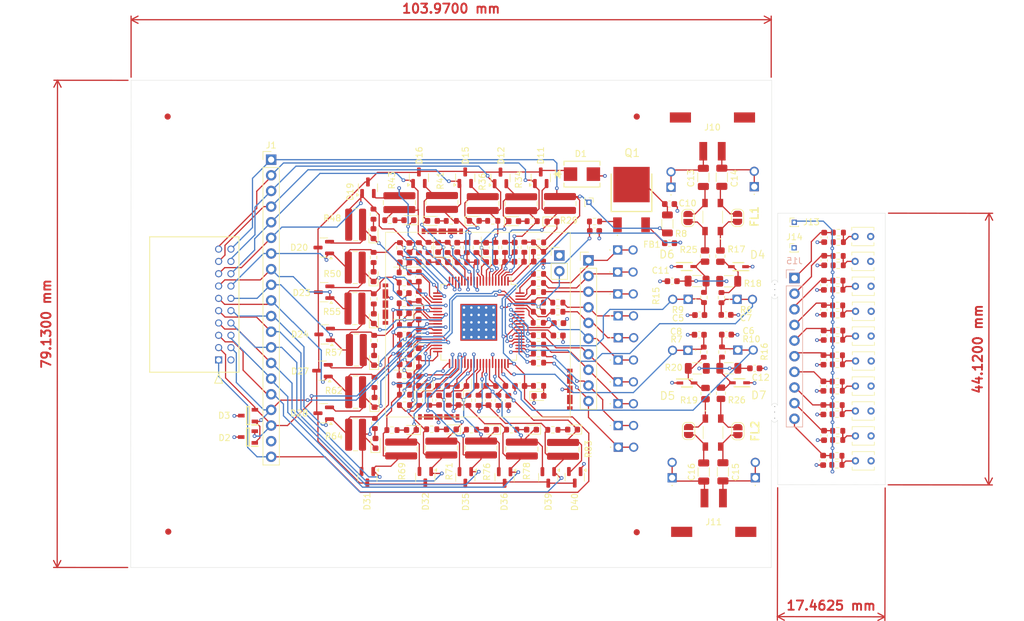
<source format=kicad_pcb>
(kicad_pcb
	(version 20240108)
	(generator "pcbnew")
	(generator_version "8.0")
	(general
		(thickness 1.6)
		(legacy_teardrops no)
	)
	(paper "A4")
	(layers
		(0 "F.Cu" signal)
		(1 "In1.Cu" signal)
		(2 "In2.Cu" signal)
		(31 "B.Cu" signal)
		(32 "B.Adhes" user "B.Adhesive")
		(33 "F.Adhes" user "F.Adhesive")
		(34 "B.Paste" user)
		(35 "F.Paste" user)
		(36 "B.SilkS" user "B.Silkscreen")
		(37 "F.SilkS" user "F.Silkscreen")
		(38 "B.Mask" user)
		(39 "F.Mask" user)
		(40 "Dwgs.User" user "User.Drawings")
		(41 "Cmts.User" user "User.Comments")
		(42 "Eco1.User" user "User.Eco1")
		(43 "Eco2.User" user "User.Eco2")
		(44 "Edge.Cuts" user)
		(45 "Margin" user)
		(46 "B.CrtYd" user "B.Courtyard")
		(47 "F.CrtYd" user "F.Courtyard")
		(48 "B.Fab" user)
		(49 "F.Fab" user)
		(50 "User.1" user)
		(51 "User.2" user)
		(52 "User.3" user)
		(53 "User.4" user)
		(54 "User.5" user)
		(55 "User.6" user)
		(56 "User.7" user)
		(57 "User.8" user)
		(58 "User.9" user)
	)
	(setup
		(stackup
			(layer "F.SilkS"
				(type "Top Silk Screen")
			)
			(layer "F.Paste"
				(type "Top Solder Paste")
			)
			(layer "F.Mask"
				(type "Top Solder Mask")
				(thickness 0.01)
			)
			(layer "F.Cu"
				(type "copper")
				(thickness 0.035)
			)
			(layer "dielectric 1"
				(type "prepreg")
				(thickness 0.1)
				(material "FR4")
				(epsilon_r 4.5)
				(loss_tangent 0.02)
			)
			(layer "In1.Cu"
				(type "copper")
				(thickness 0.035)
			)
			(layer "dielectric 2"
				(type "core")
				(thickness 1.24)
				(material "FR4")
				(epsilon_r 4.5)
				(loss_tangent 0.02)
			)
			(layer "In2.Cu"
				(type "copper")
				(thickness 0.035)
			)
			(layer "dielectric 3"
				(type "prepreg")
				(thickness 0.1)
				(material "FR4")
				(epsilon_r 4.5)
				(loss_tangent 0.02)
			)
			(layer "B.Cu"
				(type "copper")
				(thickness 0.035)
			)
			(layer "B.Mask"
				(type "Bottom Solder Mask")
				(thickness 0.01)
			)
			(layer "B.Paste"
				(type "Bottom Solder Paste")
			)
			(layer "B.SilkS"
				(type "Bottom Silk Screen")
			)
			(copper_finish "None")
			(dielectric_constraints no)
		)
		(pad_to_mask_clearance 0)
		(allow_soldermask_bridges_in_footprints no)
		(pcbplotparams
			(layerselection 0x00010fc_ffffffff)
			(plot_on_all_layers_selection 0x0000000_00000000)
			(disableapertmacros no)
			(usegerberextensions no)
			(usegerberattributes yes)
			(usegerberadvancedattributes yes)
			(creategerberjobfile yes)
			(dashed_line_dash_ratio 12.000000)
			(dashed_line_gap_ratio 3.000000)
			(svgprecision 4)
			(plotframeref no)
			(viasonmask no)
			(mode 1)
			(useauxorigin no)
			(hpglpennumber 1)
			(hpglpenspeed 20)
			(hpglpendiameter 15.000000)
			(pdf_front_fp_property_popups yes)
			(pdf_back_fp_property_popups yes)
			(dxfpolygonmode yes)
			(dxfimperialunits yes)
			(dxfusepcbnewfont yes)
			(psnegative no)
			(psa4output no)
			(plotreference yes)
			(plotvalue yes)
			(plotfptext yes)
			(plotinvisibletext no)
			(sketchpadsonfab no)
			(subtractmaskfromsilk no)
			(outputformat 1)
			(mirror no)
			(drillshape 1)
			(scaleselection 1)
			(outputdirectory "")
		)
	)
	(net 0 "")
	(net 1 "/FilterBalancingNetwork/CB")
	(net 2 "/FilterBalancingNetwork/CB:A")
	(net 3 "/FilterBalancingNetwork/CA")
	(net 4 "/Cell 15{slash}16")
	(net 5 "/FilterBalancingNetwork/SBP")
	(net 6 "/Cell 15{slash}14")
	(net 7 "/FilterBalancingNetwork/SAP")
	(net 8 "/FilterBalancingNetwork1/CB:A")
	(net 9 "/FilterBalancingNetwork1/CB")
	(net 10 "/FilterBalancingNetwork1/CA")
	(net 11 "/Cell 14{slash}13")
	(net 12 "/FilterBalancingNetwork1/SBP")
	(net 13 "/Cell 13{slash}12")
	(net 14 "/FilterBalancingNetwork1/SAP")
	(net 15 "/FilterBalancingNetwork2/CB:A")
	(net 16 "/FilterBalancingNetwork2/CB")
	(net 17 "/FilterBalancingNetwork2/CA")
	(net 18 "/Cell 12{slash}11")
	(net 19 "/FilterBalancingNetwork2/SBP")
	(net 20 "/FilterBalancingNetwork2/SAP")
	(net 21 "/Cell 11{slash}10")
	(net 22 "/FilterBalancingNetwork3/CB:A")
	(net 23 "/FilterBalancingNetwork3/CB")
	(net 24 "/FilterBalancingNetwork3/CA")
	(net 25 "/FilterBalancingNetwork3/SBP")
	(net 26 "/Cell 10{slash}9")
	(net 27 "/FilterBalancingNetwork3/SAP")
	(net 28 "/Cell 9{slash}8")
	(net 29 "/FilterBalancingNetwork4/CB:A")
	(net 30 "/FilterBalancingNetwork4/CB")
	(net 31 "/FilterBalancingNetwork4/CA")
	(net 32 "/FilterBalancingNetwork4/SBP")
	(net 33 "/Cell 8{slash}7")
	(net 34 "/Cell 7{slash}6")
	(net 35 "/FilterBalancingNetwork4/SAP")
	(net 36 "/FilterBalancingNetwork5/CB:A")
	(net 37 "/FilterBalancingNetwork5/CB")
	(net 38 "/FilterBalancingNetwork5/CA")
	(net 39 "/FilterBalancingNetwork5/SBP")
	(net 40 "/Cell 6{slash}5")
	(net 41 "/Cell 5{slash}4")
	(net 42 "/FilterBalancingNetwork5/SAP")
	(net 43 "/FilterBalancingNetwork6/CB")
	(net 44 "/FilterBalancingNetwork6/CB:A")
	(net 45 "/FilterBalancingNetwork6/CA")
	(net 46 "/FilterBalancingNetwork6/SBP")
	(net 47 "/Cell 4{slash}3")
	(net 48 "/Cell 3{slash}2")
	(net 49 "/FilterBalancingNetwork6/SAP")
	(net 50 "/FilterBalancingNetwork7/CB:A")
	(net 51 "/FilterBalancingNetwork7/CB")
	(net 52 "/FilterBalancingNetwork7/CA")
	(net 53 "/FilterBalancingNetwork7/SBP")
	(net 54 "/Cell 2{slash}1")
	(net 55 "GND")
	(net 56 "/FilterBalancingNetwork7/SAP")
	(net 57 "Net-(U1-V+)")
	(net 58 "Net-(U1-DRIVE)")
	(net 59 "Net-(U1-VREF1)")
	(net 60 "+5V")
	(net 61 "Net-(Q1-C)")
	(net 62 "Net-(U1-VREF2)")
	(net 63 "Net-(U1-IPB)")
	(net 64 "Net-(U1-CSB(IMA))")
	(net 65 "Net-(U1-IMB)")
	(net 66 "Net-(U1-SCK(IPA))")
	(net 67 "Net-(C11-Pad2)")
	(net 68 "Net-(C12-Pad2)")
	(net 69 "Net-(J10-Pin_2)")
	(net 70 "Net-(J10-Pin_1)")
	(net 71 "Net-(J11-Pin_2)")
	(net 72 "Clamp")
	(net 73 "Net-(J11-Pin_1)")
	(net 74 "Net-(D4-A2)")
	(net 75 "Net-(D5-A2)")
	(net 76 "Net-(D6-A2)")
	(net 77 "Net-(D7-A2)")
	(net 78 "Net-(D18-A)")
	(net 79 "Net-(D21-A)")
	(net 80 "Net-(D22-A)")
	(net 81 "Net-(D8-A)")
	(net 82 "Net-(D9-A)")
	(net 83 "Net-(D10-A)")
	(net 84 "Net-(D25-A)")
	(net 85 "Net-(D26-A)")
	(net 86 "Net-(D13-A)")
	(net 87 "Net-(D14-A)")
	(net 88 "Net-(D29-A)")
	(net 89 "Net-(D30-A)")
	(net 90 "Net-(D17-A)")
	(net 91 "Net-(Q1-E)")
	(net 92 "Net-(Q1-B)")
	(net 93 "VBUS")
	(net 94 "Net-(D33-A)")
	(net 95 "Net-(D34-A)")
	(net 96 "Net-(D37-A)")
	(net 97 "Net-(D38-A)")
	(net 98 "Net-(J5-Pin_2)")
	(net 99 "Net-(J5-Pin_9)")
	(net 100 "Net-(J5-Pin_8)")
	(net 101 "/TMP_SDA")
	(net 102 "Net-(J5-Pin_3)")
	(net 103 "/TMP_SCL")
	(net 104 "Net-(J5-Pin_4)")
	(net 105 "Net-(J5-Pin_10)")
	(net 106 "Net-(J5-Pin_1)")
	(net 107 "Net-(J5-Pin_5)")
	(net 108 "Net-(J5-Pin_7)")
	(net 109 "Net-(J5-Pin_6)")
	(net 110 "Net-(U1-GPIO1)")
	(net 111 "Net-(U1-GPIO2)")
	(net 112 "Net-(U1-GPIO3)")
	(net 113 "Net-(U1-GPIO6)")
	(net 114 "Net-(U1-GPIO7)")
	(net 115 "Net-(U1-GPIO8)")
	(net 116 "Net-(U1-GPIO9)")
	(net 117 "Net-(U1-GPIO10)")
	(net 118 "Net-(R87-Pad2)")
	(net 119 "/NTC/V_out_1")
	(net 120 "/NTC/V_out_5")
	(net 121 "/NTC/V_out_2")
	(net 122 "/NTC/V_out_6")
	(net 123 "/NTC/V_out_3")
	(net 124 "/NTC/V_out_7")
	(net 125 "/NTC/V_out_4")
	(net 126 "/NTC/V_out_8")
	(net 127 "/NTC/V_out_9")
	(net 128 "/NTC/V_out_10")
	(net 129 "Net-(JP4-B)")
	(net 130 "Net-(JP1-B)")
	(net 131 "Net-(JP3-B)")
	(net 132 "Net-(JP2-B)")
	(net 133 "Net-(JP4-A)")
	(net 134 "Net-(JP1-A)")
	(net 135 "Net-(JP2-A)")
	(net 136 "Net-(JP3-A)")
	(net 137 "Net-(R85-Pad2)")
	(net 138 "Net-(R86-Pad2)")
	(net 139 "Net-(R88-Pad2)")
	(net 140 "Net-(R93-Pad2)")
	(net 141 "Net-(R95-Pad2)")
	(net 142 "Net-(R94-Pad2)")
	(net 143 "Net-(R102-Pad2)")
	(net 144 "Net-(R100-Pad1)")
	(net 145 "Net-(R101-Pad2)")
	(net 146 "unconnected-(U1-NC-Pad66)")
	(net 147 "GND1")
	(net 148 "+5V_NTC")
	(footprint "Resistor_SMD:R_0603_1608Metric" (layer "F.Cu") (at 107.07 69.04 -90))
	(footprint "Resistor_SMD:R_0805_2012Metric" (layer "F.Cu") (at 160.9175 75.8475 90))
	(footprint "Capacitor_SMD:C_0603_1608Metric" (layer "F.Cu") (at 168.985 94.08 180))
	(footprint "Capacitor_SMD:C_0603_1608Metric" (layer "F.Cu") (at 180.275 72.81 -90))
	(footprint "Resistor_SMD:R_0603_1608Metric" (layer "F.Cu") (at 112.11 98.37))
	(footprint "Resistor_SMD:R_1206_3216Metric" (layer "F.Cu") (at 154.81 70.63 90))
	(footprint "Slave:5025" (layer "F.Cu") (at 146.79 96.28))
	(footprint "Resistor_SMD:R_1020_2550Metric" (layer "F.Cu") (at 118.09 107.03 90))
	(footprint "LED_SMD:LED_0603_1608Metric" (layer "F.Cu") (at 133.94 98.56))
	(footprint "Slave:SMBJ75A-13-F" (layer "F.Cu") (at 140.93 62.54))
	(footprint "Capacitor_SMD:C_0603_1608Metric" (layer "F.Cu") (at 180.225 84.59 -90))
	(footprint "Slave:5025" (layer "F.Cu") (at 158.1775 82.8675 180))
	(footprint "Capacitor_SMD:C_0603_1608Metric" (layer "F.Cu") (at 124.61 76.83 180))
	(footprint "Resistor_SMD:R_0603_1608Metric" (layer "F.Cu") (at 119.12 74.44 -90))
	(footprint "Resistor_SMD:R_1020_2550Metric" (layer "F.Cu") (at 111.57 107.18 90))
	(footprint "Slave:5025" (layer "F.Cu") (at 146.81 103.37))
	(footprint "Slave:5025" (layer "F.Cu") (at 146.76 82))
	(footprint "Package_TO_SOT_SMD:SOT-23" (layer "F.Cu") (at 127.7 63.15 90))
	(footprint "Resistor_SMD:R_0603_1608Metric" (layer "F.Cu") (at 182.575 72.03 180))
	(footprint "Resistor_SMD:R_0603_1608Metric" (layer "F.Cu") (at 112.12 87.05))
	(footprint "Slave:NTCLE203E3103JB0" (layer "F.Cu") (at 185.285 72.67))
	(footprint "Resistor_SMD:R_0603_1608Metric" (layer "F.Cu") (at 160.715 91.45 -90))
	(footprint "Package_TO_SOT_SMD:SOT-23" (layer "F.Cu") (at 139.76 111.78 -90))
	(footprint "Resistor_SMD:R_0603_1608Metric" (layer "F.Cu") (at 133.87 88.71))
	(footprint "LED_SMD:LED_0603_1608Metric" (layer "F.Cu") (at 139.402501 104.029999 180))
	(footprint "Jumper:SolderJumper-2_P1.3mm_Open_RoundedPad1.0x1.5mm" (layer "F.Cu") (at 158.255 104.26 -90))
	(footprint "Resistor_SMD:R_0603_1608Metric" (layer "F.Cu") (at 107.12 82.8 -90))
	(footprint "Resistor_SMD:R_0603_1608Metric" (layer "F.Cu") (at 133.87 78.74))
	(footprint "Inductor_SMD:L_0603_1608Metric" (layer "F.Cu") (at 155.16 73.76))
	(footprint "LED_SMD:LED_0603_1608Metric" (layer "F.Cu") (at 107.4 106.26 90))
	(footprint "Package_TO_SOT_SMD:SOT-23" (layer "F.Cu") (at 114.45 63.12 90))
	(footprint "Capacitor_SMD:C_0603_1608Metric" (layer "F.Cu") (at 121.49 76.84 180))
	(footprint "Resistor_SMD:R_0603_1608Metric" (layer "F.Cu") (at 107.09 76.07 -90))
	(footprint "Capacitor_SMD:C_1206_3216Metric" (layer "F.Cu") (at 160.705 110.92 -90))
	(footprint "Resistor_SMD:R_0603_1608Metric" (layer "F.Cu") (at 132.85 70.18 180))
	(footprint "Slave:MJD31CAJ" (layer "F.Cu") (at 148.98 66.66))
	(footprint "Capacitor_SMD:C_0603_1608Metric" (layer "F.Cu") (at 164.3275 85.3975))
	(footprint "Slave:NTCLE203E3103JB0" (layer "F.Cu") (at 185.37 92.89))
	(footprint "Resistor_SMD:R_0603_1608Metric" (layer "F.Cu") (at 123 104.04))
	(footprint "Capacitor_SMD:C_1206_3216Metric"
		(layer "F.Cu")
		(uuid "2e4eec28-ece9-4c8e-90eb-4f23ef96c780")
		(at 163.6475 63.0475 -90)
		(descr "Capacitor SMD 1206 (3216 Metric), square (rectangular) end terminal, IPC_7351 nominal, (Body size source: IPC-SM-782 page 76, https://www.pcb-3d.com/wordpress/wp-content/uploads/ipc-sm-782a_amendment_1_and_2.pdf), generated with kicad-footprint-generator")
		(tags "capacitor")
		(p
... [2164097 chars truncated]
</source>
